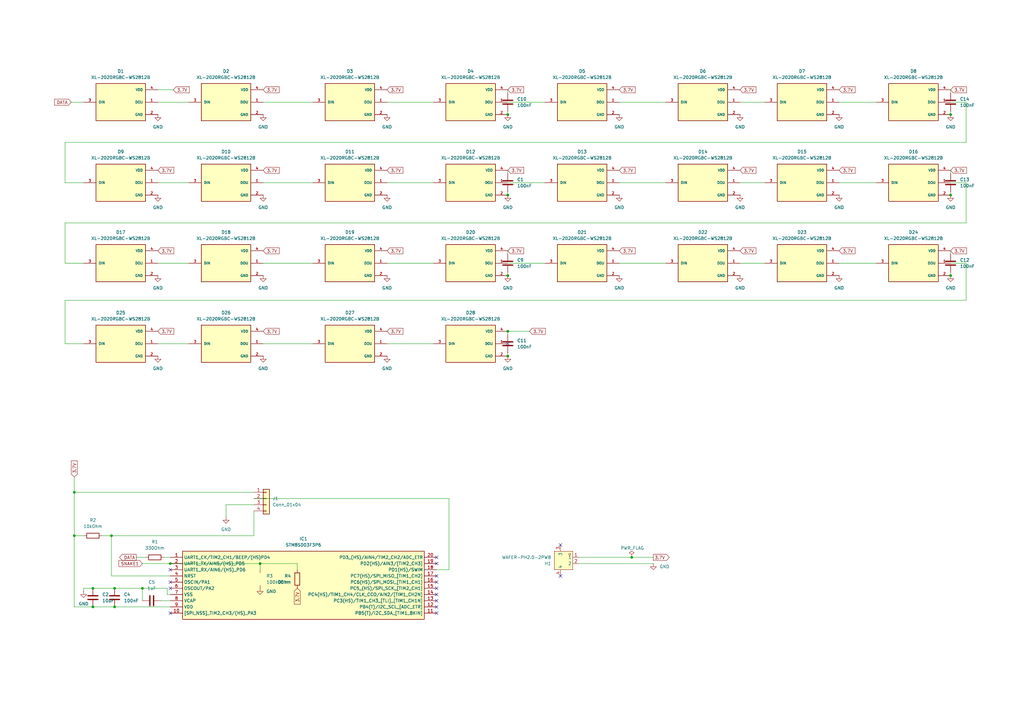
<source format=kicad_sch>
(kicad_sch (version 20250114) (generator "eeschema") (generator_version "9.0")
  (paper "A3")
  (title_block (title "PCBWay 11th Design Contest") (company "Platima Tinkers"))
  (lib_symbols
    (symbol "Connector_Generic:Conn_01x04" (pin_names (offset 1.016) (hide yes))
      (property "Reference" "J" (at 0 5.08 0))
      (property "Value" "Conn_01x04" (at 0 -7.62 0))
      (symbol "Conn_01x04_1_1"
        (rectangle (start -1.27 3.81) (end 1.27 -6.35) (stroke (width 0.254)) (fill (type background)))
        (rectangle (start -1.27 2.667) (end 0 2.413) (stroke (width 0.1524)))
        (rectangle (start -1.27 0.127) (end 0 -0.127) (stroke (width 0.1524)))
        (rectangle (start -1.27 -2.413) (end 0 -2.667) (stroke (width 0.1524)))
        (rectangle (start -1.27 -4.953) (end 0 -5.207) (stroke (width 0.1524)))
        (pin passive line (at -5.08 2.54 0) (length 3.81) (name "Pin_1") (number "1"))
        (pin passive line (at -5.08 0 0) (length 3.81) (name "Pin_2") (number "2"))
        (pin passive line (at -5.08 -2.54 0) (length 3.81) (name "Pin_3") (number "3"))
        (pin passive line (at -5.08 -5.08 0) (length 3.81) (name "Pin_4") (number "4"))
      )
    )
    (symbol "Device:C" (pin_numbers (hide yes)) (pin_names (offset 0.254))
      (property "Reference" "C" (at 0.635 2.54 0))
      (property "Value" "C" (at 0.635 -2.54 0))
      (symbol "C_0_1"
        (polyline (pts (xy -2.032 0.762) (xy 2.032 0.762)) (stroke (width 0.508)))
        (polyline (pts (xy -2.032 -0.762) (xy 2.032 -0.762)) (stroke (width 0.508)))
      )
      (symbol "C_1_1"
        (pin passive line (at 0 3.81 270) (length 2.794) (name "~") (number "1"))
        (pin passive line (at 0 -3.81 90) (length 2.794) (name "~") (number "2"))
      )
    )
    (symbol "Device:R" (pin_numbers (hide yes)) (pin_names (offset 0))
      (property "Reference" "R" (at 2.032 0 90))
      (property "Value" "R" (at 0 0 90))
      (symbol "R_0_1"
        (rectangle (start -1.016 -2.54) (end 1.016 2.54) (stroke (width 0.254)))
      )
      (symbol "R_1_1"
        (pin passive line (at 0 3.81 270) (length 1.27) (name "~") (number "1"))
        (pin passive line (at 0 -3.81 90) (length 1.27) (name "~") (number "2"))
      )
    )
    (symbol "STM8S003F3P6:STM8S003F3P6"
      (property "Reference" "IC" (at 105.41 7.62 0))
      (property "Value" "STM8S003F3P6" (at 105.41 5.08 0))
      (symbol "STM8S003F3P6_1_1"
        (rectangle (start 5.08 2.54) (end 104.14 -25.4) (stroke (width 0.254)) (fill (type background)))
        (pin passive line (at 0 0 0) (length 5.08) (name "UART1_CK/TIM2_CH1/BEEP/(HS)PD4") (number "1"))
        (pin passive line (at 0 -2.54 0) (length 5.08) (name "UART1_TX/AIN5/(HS)_PD5") (number "2"))
        (pin passive line (at 0 -5.08 0) (length 5.08) (name "UART1_RX/AIN6/(HS)_PD6") (number "3"))
        (pin passive line (at 0 -7.62 0) (length 5.08) (name "NRST") (number "4"))
        (pin passive line (at 0 -10.16 0) (length 5.08) (name "OSCIN/PA1") (number "5"))
        (pin passive line (at 0 -12.7 0) (length 5.08) (name "OSCOUT/PA2") (number "6"))
        (pin passive line (at 0 -15.24 0) (length 5.08) (name "VSS") (number "7"))
        (pin passive line (at 0 -17.78 0) (length 5.08) (name "VCAP") (number "8"))
        (pin passive line (at 0 -20.32 0) (length 5.08) (name "VDD") (number "9"))
        (pin passive line (at 0 -22.86 0) (length 5.08) (name "[SPI_NSS]_TIM2_CH3/(HS)_PA3") (number "10"))
        (pin passive line (at 109.22 0 180) (length 5.08) (name "PD3_(HS)/AIN4/TIM2_CH2/ADC_ETR") (number "20"))
        (pin passive line (at 109.22 -2.54 180) (length 5.08) (name "PD2(HS)/AIN3/[TIM2_CH3]") (number "19"))
        (pin passive line (at 109.22 -5.08 180) (length 5.08) (name "PD1(HS)/SWIM") (number "18"))
        (pin passive line (at 109.22 -7.62 180) (length 5.08) (name "PC7(HS)/SPI_MISO_[TIM1_CH2]") (number "17"))
        (pin passive line (at 109.22 -10.16 180) (length 5.08) (name "PC6(HS)/SPI_MOSI_[TIM1_CH1]") (number "16"))
        (pin passive line (at 109.22 -12.7 180) (length 5.08) (name "PC5_(HS)/SPI_SCK_[TIM2_CH1]") (number "15"))
        (pin passive line (at 109.22 -15.24 180) (length 5.08) (name "PC4(HS)/TIM1_CH4/CLK_CCO/AIN2/[TIM1_CH2N]") (number "14"))
        (pin passive line (at 109.22 -17.78 180) (length 5.08) (name "PC3(HS)/TIM1_CH3_[TLI]_[TIM1_CH1N]") (number "13"))
        (pin passive line (at 109.22 -20.32 180) (length 5.08) (name "PB4(T)/I2C_SCL_[ADC_ETR]") (number "12"))
        (pin passive line (at 109.22 -22.86 180) (length 5.08) (name "PB5(T)/I2C_SDA_[TIM1_BKIN]") (number "11"))
      )
    )
    (symbol "WAFER-PH2.0-2PWB:WAFER-PH2.0-2PWB"
      (property "Reference" "H" (at 0 11.43 0))
      (property "Value" "WAFER-PH2.0-2PWB" (at 0 -11.43 0))
      (symbol "WAFER-PH2.0-2PWB_0_1"
        (rectangle (start -2.54 3.81) (end 5.08 -3.81) (fill (type background)))
        (circle (center -1.27 2.54) (radius 0.38))
        (pin unspecified line (at -5.08 1.27 0) (length 2.54) (name "1") (number "1"))
        (pin unspecified line (at -5.08 -1.27 0) (length 2.54) (name "2") (number "2"))
        (pin unspecified line (at 2.54 6.35 270) (length 2.54) (name "3") (number "3"))
        (pin unspecified line (at 2.54 -6.35 90) (length 2.54) (name "4") (number "4"))
      )
    )
    (symbol "XINGLIGHT-XL-2020RGBC-WS2812B:XL-2020RGBC-WS2812B" (pin_names (offset 1.016))
      (property "Reference" "D" (at -10.16 8.255 0))
      (property "Value" "XL-2020RGBC-WS2812B" (at -10.16 -10.16 0))
      (symbol "XL-2020RGBC-WS2812B_0_0"
        (rectangle (start -10.16 -7.62) (end 10.16 7.62) (stroke (width 0.254)) (fill (type background)))
        (pin input line (at -15.24 0 0) (length 5.08) (name "DIN") (number "3"))
        (pin power_in line (at 15.24 5.08 180) (length 5.08) (name "VDD") (number "4"))
        (pin output line (at 15.24 0 180) (length 5.08) (name "DOU") (number "1"))
        (pin power_in line (at 15.24 -5.08 180) (length 5.08) (name "GND") (number "2"))
      )
    )
    (symbol "power:GND" (power) (pin_numbers (hide yes)) (pin_names (offset 0) (hide yes))
      (property "Value" "GND" (at 0 -3.81 0))
      (symbol "GND_0_1"
        (polyline (pts (xy 0 0) (xy 0 -1.27) (xy 1.27 -1.27) (xy 0 -2.54) (xy -1.27 -1.27) (xy 0 -1.27)))
      )
      (symbol "GND_1_1"
        (pin power_in line (at 0 0 270) (length 0) (name "~") (number "1"))
      )
    )
    (symbol "power:PWR_FLAG" (power) (pin_numbers (hide yes)) (pin_names (offset 0) (hide yes))
      (property "Value" "PWR_FLAG" (at 0 3.81 0))
      (symbol "PWR_FLAG_0_0"
        (pin power_out line (at 0 0 90) (length 0) (name "~") (number "1"))
      )
      (symbol "PWR_FLAG_0_1"
        (polyline (pts (xy 0 0) (xy 0 1.27) (xy -1.016 1.905) (xy 0 2.54) (xy 1.016 1.905) (xy 0 1.27)))
      )
    )
  )
  (junction (at 208.28 80.01))
  (junction (at 45.72 219.71))
  (junction (at 389.89 46.99))
  (junction (at 69.85 231.14))
  (junction (at 58.42 241.3))
  (junction (at 208.28 135.89))
  (junction (at 30.48 201.93))
  (junction (at 259.08 228.6))
  (junction (at 46.99 241.3))
  (junction (at 46.99 248.92))
  (junction (at 38.1 241.3))
  (junction (at 208.28 46.99))
  (junction (at 106.68 231.14))
  (junction (at 38.1 248.92))
  (junction (at 208.28 146.05))
  (junction (at 389.89 113.03))
  (junction (at 208.28 113.03))
  (junction (at 389.89 80.01))
  (junction (at 30.48 219.71))
  (no_connect (at 208.28 140.97))
  (no_connect (at 179.07 228.6))
  (no_connect (at 179.07 251.46))
  (no_connect (at 69.85 238.76))
  (no_connect (at 229.87 223.52))
  (no_connect (at 229.87 236.22))
  (no_connect (at 179.07 236.22))
  (no_connect (at 179.07 243.84))
  (no_connect (at 179.07 248.92))
  (no_connect (at 179.07 241.3))
  (no_connect (at 69.85 251.46))
  (no_connect (at 179.07 238.76))
  (no_connect (at 69.85 241.3))
  (no_connect (at 179.07 246.38))
  (no_connect (at 179.07 231.14))
  (no_connect (at 69.85 233.68))
  (wire (pts (xy 344.17 107.95) (xy 359.41 107.95)))
  (wire (pts (xy 389.89 45.72) (xy 389.89 46.99)))
  (wire (pts (xy 106.68 231.14) (xy 106.68 233.68)))
  (wire (pts (xy 184.15 204.47) (xy 184.15 233.68)))
  (wire (pts (xy 208.28 107.95) (xy 223.52 107.95)))
  (wire (pts (xy 58.42 231.14) (xy 69.85 231.14)))
  (wire (pts (xy 64.77 74.93) (xy 77.47 74.93)))
  (wire (pts (xy 396.24 74.93) (xy 396.24 91.44)))
  (wire (pts (xy 121.92 231.14) (xy 106.68 231.14)))
  (wire (pts (xy 107.95 140.97) (xy 128.27 140.97)))
  (wire (pts (xy 208.28 78.74) (xy 208.28 80.01)))
  (wire (pts (xy 208.28 41.91) (xy 223.52 41.91)))
  (wire (pts (xy 184.15 204.47) (xy 104.14 204.47)))
  (wire (pts (xy 104.14 209.55) (xy 104.14 219.71)))
  (wire (pts (xy 389.89 111.76) (xy 389.89 113.03)))
  (wire (pts (xy 208.28 111.76) (xy 208.28 113.03)))
  (wire (pts (xy 45.72 219.71) (xy 45.72 236.22)))
  (wire (pts (xy 158.75 74.93) (xy 177.8 74.93)))
  (wire (pts (xy 344.17 74.93) (xy 359.41 74.93)))
  (wire (pts (xy 38.1 241.3) (xy 46.99 241.3)))
  (wire (pts (xy 208.28 135.89) (xy 208.28 137.16)))
  (wire (pts (xy 26.67 58.42) (xy 26.67 74.93)))
  (wire (pts (xy 41.91 219.71) (xy 45.72 219.71)))
  (wire (pts (xy 26.67 91.44) (xy 26.67 107.95)))
  (wire (pts (xy 38.1 248.92) (xy 46.99 248.92)))
  (wire (pts (xy 46.99 248.92) (xy 69.85 248.92)))
  (wire (pts (xy 303.53 107.95) (xy 313.69 107.95)))
  (wire (pts (xy 389.89 78.74) (xy 389.89 80.01)))
  (wire (pts (xy 34.29 241.3) (xy 38.1 241.3)))
  (wire (pts (xy 389.89 107.95) (xy 396.24 107.95)))
  (wire (pts (xy 30.48 201.93) (xy 30.48 219.71)))
  (wire (pts (xy 121.92 233.68) (xy 121.92 231.14)))
  (wire (pts (xy 68.58 243.84) (xy 68.58 241.3)))
  (wire (pts (xy 208.28 36.83) (xy 208.28 38.1)))
  (wire (pts (xy 29.21 41.91) (xy 34.29 41.91)))
  (wire (pts (xy 254 74.93) (xy 273.05 74.93)))
  (wire (pts (xy 66.04 246.38) (xy 69.85 246.38)))
  (wire (pts (xy 58.42 246.38) (xy 58.42 241.3)))
  (wire (pts (xy 208.28 135.89) (xy 217.17 135.89)))
  (wire (pts (xy 237.49 231.14) (xy 267.97 231.14)))
  (wire (pts (xy 55.88 228.6) (xy 59.69 228.6)))
  (wire (pts (xy 344.17 41.91) (xy 359.41 41.91)))
  (wire (pts (xy 26.67 140.97) (xy 34.29 140.97)))
  (wire (pts (xy 64.77 140.97) (xy 77.47 140.97)))
  (wire (pts (xy 30.48 219.71) (xy 30.48 248.92)))
  (wire (pts (xy 92.71 207.01) (xy 104.14 207.01)))
  (wire (pts (xy 208.28 69.85) (xy 208.28 71.12)))
  (wire (pts (xy 184.15 233.68) (xy 179.07 233.68)))
  (wire (pts (xy 389.89 102.87) (xy 389.89 104.14)))
  (wire (pts (xy 396.24 58.42) (xy 26.67 58.42)))
  (wire (pts (xy 254 41.91) (xy 273.05 41.91)))
  (wire (pts (xy 58.42 241.3) (xy 68.58 241.3)))
  (wire (pts (xy 67.31 228.6) (xy 69.85 228.6)))
  (wire (pts (xy 30.48 248.92) (xy 38.1 248.92)))
  (wire (pts (xy 30.48 195.58) (xy 30.48 201.93)))
  (wire (pts (xy 34.29 219.71) (xy 30.48 219.71)))
  (wire (pts (xy 303.53 41.91) (xy 313.69 41.91)))
  (wire (pts (xy 158.75 107.95) (xy 177.8 107.95)))
  (wire (pts (xy 26.67 123.19) (xy 26.67 140.97)))
  (wire (pts (xy 45.72 219.71) (xy 104.14 219.71)))
  (wire (pts (xy 26.67 74.93) (xy 34.29 74.93)))
  (wire (pts (xy 64.77 41.91) (xy 77.47 41.91)))
  (wire (pts (xy 389.89 36.83) (xy 389.89 38.1)))
  (wire (pts (xy 30.48 201.93) (xy 104.14 201.93)))
  (wire (pts (xy 208.28 45.72) (xy 208.28 46.99)))
  (wire (pts (xy 396.24 107.95) (xy 396.24 123.19)))
  (wire (pts (xy 107.95 107.95) (xy 128.27 107.95)))
  (wire (pts (xy 92.71 212.09) (xy 92.71 207.01)))
  (wire (pts (xy 396.24 123.19) (xy 26.67 123.19)))
  (wire (pts (xy 26.67 107.95) (xy 34.29 107.95)))
  (wire (pts (xy 396.24 41.91) (xy 396.24 58.42)))
  (wire (pts (xy 303.53 74.93) (xy 313.69 74.93)))
  (wire (pts (xy 389.89 74.93) (xy 396.24 74.93)))
  (wire (pts (xy 208.28 144.78) (xy 208.28 146.05)))
  (wire (pts (xy 259.08 228.6) (xy 267.97 228.6)))
  (wire (pts (xy 396.24 91.44) (xy 26.67 91.44)))
  (wire (pts (xy 158.75 41.91) (xy 177.8 41.91)))
  (wire (pts (xy 64.77 107.95) (xy 77.47 107.95)))
  (wire (pts (xy 69.85 243.84) (xy 68.58 243.84)))
  (wire (pts (xy 45.72 236.22) (xy 69.85 236.22)))
  (wire (pts (xy 34.29 241.3) (xy 34.29 242.57)))
  (wire (pts (xy 64.77 36.83) (xy 71.12 36.83)))
  (wire (pts (xy 69.85 231.14) (xy 106.68 231.14)))
  (wire (pts (xy 254 107.95) (xy 273.05 107.95)))
  (wire (pts (xy 389.89 69.85) (xy 389.89 71.12)))
  (wire (pts (xy 389.89 41.91) (xy 396.24 41.91)))
  (wire (pts (xy 107.95 41.91) (xy 128.27 41.91)))
  (wire (pts (xy 46.99 241.3) (xy 58.42 241.3)))
  (wire (pts (xy 158.75 140.97) (xy 177.8 140.97)))
  (wire (pts (xy 107.95 74.93) (xy 128.27 74.93)))
  (wire (pts (xy 208.28 74.93) (xy 223.52 74.93)))
  (wire (pts (xy 208.28 102.87) (xy 208.28 104.14)))
  (wire (pts (xy 237.49 228.6) (xy 259.08 228.6)))
  (global_label "3.7V" (shape input) (at 158.75 135.89 0) (property "Intersheetrefs" "${INTERSHEET_REFS}" (effects (hide yes))))
  (global_label "DATA" (shape input) (at 29.21 41.91 180) (property "Intersheetrefs" "${INTERSHEET_REFS}" (effects (hide yes))))
  (global_label "3.7V" (shape input) (at 208.28 102.87 0) (property "Intersheetrefs" "${INTERSHEET_REFS}" (effects (hide yes))))
  (global_label "3.7V" (shape input) (at 64.77 69.85 0) (property "Intersheetrefs" "${INTERSHEET_REFS}" (effects (hide yes))))
  (global_label "3.7V" (shape input) (at 158.75 102.87 0) (property "Intersheetrefs" "${INTERSHEET_REFS}" (effects (hide yes))))
  (global_label "3.7V" (shape input) (at 389.89 102.87 0) (property "Intersheetrefs" "${INTERSHEET_REFS}" (effects (hide yes))))
  (global_label "3.7V" (shape input) (at 64.77 135.89 0) (property "Intersheetrefs" "${INTERSHEET_REFS}" (effects (hide yes))))
  (global_label "3.7V" (shape input) (at 107.95 102.87 0) (property "Intersheetrefs" "${INTERSHEET_REFS}" (effects (hide yes))))
  (global_label "3.7V" (shape input) (at 303.53 102.87 0) (property "Intersheetrefs" "${INTERSHEET_REFS}" (effects (hide yes))))
  (global_label "3.7V" (shape input) (at 344.17 69.85 0) (property "Intersheetrefs" "${INTERSHEET_REFS}" (effects (hide yes))))
  (global_label "3.7V" (shape input) (at 107.95 135.89 0) (property "Intersheetrefs" "${INTERSHEET_REFS}" (effects (hide yes))))
  (global_label "3.7V" (shape input) (at 389.89 69.85 0) (property "Intersheetrefs" "${INTERSHEET_REFS}" (effects (hide yes))))
  (global_label "3.7V" (shape input) (at 389.89 36.83 0) (property "Intersheetrefs" "${INTERSHEET_REFS}" (effects (hide yes))))
  (global_label "3.7V" (shape input) (at 107.95 69.85 0) (property "Intersheetrefs" "${INTERSHEET_REFS}" (effects (hide yes))))
  (global_label "3.7V" (shape input) (at 208.28 36.83 0) (property "Intersheetrefs" "${INTERSHEET_REFS}" (effects (hide yes))))
  (global_label "3.7V" (shape input) (at 121.92 241.3 270) (property "Intersheetrefs" "${INTERSHEET_REFS}" (effects (hide yes))))
  (global_label "3.7V" (shape input) (at 254 69.85 0) (property "Intersheetrefs" "${INTERSHEET_REFS}" (effects (hide yes))))
  (global_label "SNAKE1" (shape input) (at 58.42 231.14 180) (property "Intersheetrefs" "${INTERSHEET_REFS}" (effects (hide yes))))
  (global_label "3.7V" (shape input) (at 303.53 36.83 0) (property "Intersheetrefs" "${INTERSHEET_REFS}" (effects (hide yes))))
  (global_label "3.7V" (shape input) (at 303.53 69.85 0) (property "Intersheetrefs" "${INTERSHEET_REFS}" (effects (hide yes))))
  (global_label "3.7V" (shape input) (at 64.77 102.87 0) (property "Intersheetrefs" "${INTERSHEET_REFS}" (effects (hide yes))))
  (global_label "3.7V" (shape input) (at 208.28 69.85 0) (property "Intersheetrefs" "${INTERSHEET_REFS}" (effects (hide yes))))
  (global_label "3.7V" (shape input) (at 71.12 36.83 0) (property "Intersheetrefs" "${INTERSHEET_REFS}" (effects (hide yes))))
  (global_label "3.7V" (shape input) (at 217.17 135.89 0) (property "Intersheetrefs" "${INTERSHEET_REFS}" (effects (hide yes))))
  (global_label "3.7V" (shape input) (at 158.75 69.85 0) (property "Intersheetrefs" "${INTERSHEET_REFS}" (effects (hide yes))))
  (global_label "3.7V" (shape input) (at 30.48 195.58 90) (property "Intersheetrefs" "${INTERSHEET_REFS}" (effects (hide yes))))
  (global_label "3.7V" (shape input) (at 344.17 102.87 0) (property "Intersheetrefs" "${INTERSHEET_REFS}" (effects (hide yes))))
  (global_label "3.7V" (shape input) (at 107.95 36.83 0) (property "Intersheetrefs" "${INTERSHEET_REFS}" (effects (hide yes))))
  (global_label "3.7V" (shape input) (at 344.17 36.83 0) (property "Intersheetrefs" "${INTERSHEET_REFS}" (effects (hide yes))))
  (global_label "3.7V" (shape input) (at 158.75 36.83 0) (property "Intersheetrefs" "${INTERSHEET_REFS}" (effects (hide yes))))
  (global_label "3.7V" (shape input) (at 254 36.83 0) (property "Intersheetrefs" "${INTERSHEET_REFS}" (effects (hide yes))))
  (global_label "3.7V" (shape output) (at 267.97 228.6 0) (property "Intersheetrefs" "${INTERSHEET_REFS}" (effects (hide yes))))
  (global_label "DATA" (shape output) (at 55.88 228.6 180) (property "Intersheetrefs" "${INTERSHEET_REFS}" (effects (hide yes))))
  (global_label "3.7V" (shape input) (at 254 102.87 0) (property "Intersheetrefs" "${INTERSHEET_REFS}" (effects (hide yes))))
  (symbol (lib_id "Device:R") (at 121.92 237.49 0) (mirror x) (unit 1)
    (property "Reference" "R4" (at 119.38 236.2199 0) (effects (justify right)))
    (property "Value" "0Ohm" (at 119.38 238.7599 0) (effects (justify right)))
    (property "Footprint" "Resistor_SMD:R_0603_1608Metric" (effects (hide yes)))
    (property "Description" "Bridge this to force-on" (effects (hide yes)))
  )
  (symbol (lib_id "power:GND") (at 389.89 46.99 0) (unit 1)
    (property "Reference" "#PWR035" (effects (hide yes)))
    (property "Value" "GND" (at 389.89 52.07 0))
    (property "Description" "Power symbol creates a global label with name \"GND\" , ground" (effects (hide yes)))
  )
  (symbol (lib_id "power:GND") (at 303.53 113.03 0) (unit 1)
    (property "Reference" "#PWR028" (effects (hide yes)))
    (property "Value" "GND" (at 303.53 118.11 0))
    (property "Description" "Power symbol creates a global label with name \"GND\" , ground" (effects (hide yes)))
  )
  (symbol (lib_id "power:GND") (at 107.95 46.99 0) (unit 1)
    (property "Reference" "#PWR09" (effects (hide yes)))
    (property "Value" "GND" (at 107.95 52.07 0))
    (property "Description" "Power symbol creates a global label with name \"GND\" , ground" (effects (hide yes)))
  )
  (symbol (lib_id "power:GND") (at 64.77 80.01 0) (unit 1)
    (property "Reference" "#PWR015" (effects (hide yes)))
    (property "Value" "GND" (at 64.77 85.09 0))
    (property "Description" "Power symbol creates a global label with name \"GND\" , ground" (effects (hide yes)))
  )
  (symbol (lib_id "Connector_Generic:Conn_01x04") (at 109.22 204.47 0) (unit 1)
    (property "Reference" "J1" (at 111.76 204.4699 0) (effects (justify left)))
    (property "Value" "Conn_01x04" (at 111.76 207.0099 0) (effects (justify left)))
    (property "Footprint" "Connector_PinHeader_2.54mm:PinHeader_1x04_P2.54mm_Vertical" (effects (hide yes)))
    (property "Description" "Generic connector, single row, 01x04, script generated (kicad-library-utils/schlib/autogen/connector/)" (effects (hide yes)))
  )
  (symbol (lib_id "XINGLIGHT-XL-2020RGBC-WS2812B:XL-2020RGBC-WS2812B") (at 193.04 74.93 0) (unit 1)
    (property "Reference" "D12" (at 193.04 62.23 0))
    (property "Value" "XL-2020RGBC-WS2812B" (at 193.04 64.77 0))
    (property "Footprint" "Footprints:LED_XL-2020RGBC-WS2812B" (effects (hide yes)))
    (property "PARTREV" "NA" (effects (hide yes)))
    (property "STANDARD" "Manufacturer Recommendations" (effects (hide yes)))
    (property "MAXIMUM_PACKAGE_HEIGHT" "0.65mm" (effects (hide yes)))
    (property "MANUFACTURER" "Xinglight" (effects (hide yes)))
  )
  (symbol (lib_id "XINGLIGHT-XL-2020RGBC-WS2812B:XL-2020RGBC-WS2812B") (at 193.04 107.95 0) (unit 1)
    (property "Reference" "D20" (at 193.04 95.25 0))
    (property "Value" "XL-2020RGBC-WS2812B" (at 193.04 97.79 0))
    (property "Footprint" "Footprints:LED_XL-2020RGBC-WS2812B" (effects (hide yes)))
    (property "PARTREV" "NA" (effects (hide yes)))
    (property "STANDARD" "Manufacturer Recommendations" (effects (hide yes)))
    (property "MAXIMUM_PACKAGE_HEIGHT" "0.65mm" (effects (hide yes)))
    (property "MANUFACTURER" "Xinglight" (effects (hide yes)))
  )
  (symbol (lib_id "power:GND") (at 106.68 241.3 0) (mirror y) (unit 1)
    (property "Reference" "#PWR02" (effects (hide yes)))
    (property "Value" "GND" (at 109.22 242.5699 0) (effects (justify right)))
    (property "Description" "Power symbol creates a global label with name \"GND\" , ground" (effects (hide yes)))
  )
  (symbol (lib_id "XINGLIGHT-XL-2020RGBC-WS2812B:XL-2020RGBC-WS2812B") (at 288.29 74.93 0) (unit 1)
    (property "Reference" "D14" (at 288.29 62.23 0))
    (property "Value" "XL-2020RGBC-WS2812B" (at 288.29 64.77 0))
    (property "Footprint" "Footprints:LED_XL-2020RGBC-WS2812B" (effects (hide yes)))
    (property "PARTREV" "NA" (effects (hide yes)))
    (property "STANDARD" "Manufacturer Recommendations" (effects (hide yes)))
    (property "MAXIMUM_PACKAGE_HEIGHT" "0.65mm" (effects (hide yes)))
    (property "MANUFACTURER" "Xinglight" (effects (hide yes)))
  )
  (symbol (lib_id "power:GND") (at 267.97 231.14 0) (mirror y) (unit 1)
    (property "Reference" "#PWR01" (effects (hide yes)))
    (property "Value" "GND" (at 270.51 232.4099 0) (effects (justify right)))
    (property "Description" "Power symbol creates a global label with name \"GND\" , ground" (effects (hide yes)))
  )
  (symbol (lib_id "Device:R") (at 63.5 228.6 90) (unit 1)
    (property "Reference" "R1" (at 63.5 222.25 90))
    (property "Value" "330Ohm" (at 63.5 224.79 90))
    (property "Footprint" "Resistor_SMD:R_0805_2012Metric" (effects (hide yes)))
    (property "Description" "0.125W Thick Film Resistors 150V ±100ppm/℃ ±5% 330Ω 0805 Chip Resistor - Surface Mount ROHS" (effects (hide yes)))
    (property "Part" "0805W8J0331T5E" (effects (hide yes)))
  )
  (symbol (lib_id "STM8S003F3P6:STM8S003F3P6") (at 69.85 228.6 0) (unit 1)
    (property "Reference" "IC1" (at 124.46 220.98 0))
    (property "Value" "STM8S003F3P6" (at 124.46 223.52 0))
    (property "Footprint" "Footprints:SOP65P640X120-20N" (effects (hide yes)))
    (property "Datasheet" "http://www.st.com/web/en/resource/technical/document/datasheet/DM00024550.pdf" (effects (hide yes)))
    (property "Description" "STMICROELECTRONICS - STM8S003F3P6 - MCU, 8BIT, STM8, 16MHZ, TSSOP-20" (effects (hide yes)))
    (property "Height" "1.2" (effects (hide yes)))
    (property "Mouser Part Number" "511-STM8S003F3P6" (effects (hide yes)))
    (property "Mouser Price/Stock" "https://www.mouser.co.uk/ProductDetail/STMicroelectronics/STM8S003F3P6?qs=vV0pr1uq7fD%252BGii5YhjnYw%3D%3D" (effects (hide yes)))
    (property "Manufacturer_Name" "STMicroelectronics" (effects (hide yes)))
    (property "Manufacturer_Part_Number" "STM8S003F3P6" (effects (hide yes)))
  )
  (symbol (lib_id "power:GND") (at 107.95 146.05 0) (unit 1)
    (property "Reference" "#PWR032" (effects (hide yes)))
    (property "Value" "GND" (at 107.95 151.13 0))
    (property "Description" "Power symbol creates a global label with name \"GND\" , ground" (effects (hide yes)))
  )
  (symbol (lib_id "power:GND") (at 158.75 146.05 0) (unit 1)
    (property "Reference" "#PWR033" (effects (hide yes)))
    (property "Value" "GND" (at 158.75 151.13 0))
    (property "Description" "Power symbol creates a global label with name \"GND\" , ground" (effects (hide yes)))
  )
  (symbol (lib_id "power:GND") (at 344.17 46.99 0) (unit 1)
    (property "Reference" "#PWR04" (effects (hide yes)))
    (property "Value" "GND" (at 344.17 52.07 0))
    (property "Description" "Power symbol creates a global label with name \"GND\" , ground" (effects (hide yes)))
  )
  (symbol (lib_id "power:GND") (at 303.53 80.01 0) (unit 1)
    (property "Reference" "#PWR020" (effects (hide yes)))
    (property "Value" "GND" (at 303.53 85.09 0))
    (property "Description" "Power symbol creates a global label with name \"GND\" , ground" (effects (hide yes)))
  )
  (symbol (lib_id "XINGLIGHT-XL-2020RGBC-WS2812B:XL-2020RGBC-WS2812B") (at 143.51 107.95 0) (unit 1)
    (property "Reference" "D19" (at 143.51 95.25 0))
    (property "Value" "XL-2020RGBC-WS2812B" (at 143.51 97.79 0))
    (property "Footprint" "Footprints:LED_XL-2020RGBC-WS2812B" (effects (hide yes)))
    (property "PARTREV" "NA" (effects (hide yes)))
    (property "STANDARD" "Manufacturer Recommendations" (effects (hide yes)))
    (property "MAXIMUM_PACKAGE_HEIGHT" "0.65mm" (effects (hide yes)))
    (property "MANUFACTURER" "Xinglight" (effects (hide yes)))
  )
  (symbol (lib_id "power:GND") (at 158.75 80.01 0) (unit 1)
    (property "Reference" "#PWR017" (effects (hide yes)))
    (property "Value" "GND" (at 158.75 85.09 0))
    (property "Description" "Power symbol creates a global label with name \"GND\" , ground" (effects (hide yes)))
  )
  (symbol (lib_id "Device:C") (at 38.1 245.11 0) (unit 1)
    (property "Reference" "C2" (at 41.91 243.8399 0) (effects (justify left)))
    (property "Value" "10uF" (at 41.91 246.3799 0) (effects (justify left)))
    (property "Footprint" "Capacitor_SMD:C_0603_1608Metric" (effects (hide yes)))
    (property "Description" "35V 10uF X5R ±20% 0603 Multilayer Ceramic Capacitors MLCC - SMD/SMT ROHS" (effects (hide yes)))
    (property "Part" "GRM188R6YA106MA73D" (effects (hide yes)))
  )
  (symbol (lib_id "power:GND") (at 158.75 46.99 0) (unit 1)
    (property "Reference" "#PWR08" (effects (hide yes)))
    (property "Value" "GND" (at 158.75 52.07 0))
    (property "Description" "Power symbol creates a global label with name \"GND\" , ground" (effects (hide yes)))
  )
  (symbol (lib_id "XINGLIGHT-XL-2020RGBC-WS2812B:XL-2020RGBC-WS2812B") (at 92.71 41.91 0) (unit 1)
    (property "Reference" "D2" (at 92.71 29.21 0))
    (property "Value" "XL-2020RGBC-WS2812B" (at 92.71 31.75 0))
    (property "Footprint" "Footprints:LED_XL-2020RGBC-WS2812B" (effects (hide yes)))
    (property "PARTREV" "NA" (effects (hide yes)))
    (property "STANDARD" "Manufacturer Recommendations" (effects (hide yes)))
    (property "MAXIMUM_PACKAGE_HEIGHT" "0.65mm" (effects (hide yes)))
    (property "MANUFACTURER" "Xinglight" (effects (hide yes)))
  )
  (symbol (lib_id "XINGLIGHT-XL-2020RGBC-WS2812B:XL-2020RGBC-WS2812B") (at 92.71 107.95 0) (unit 1)
    (property "Reference" "D18" (at 92.71 95.25 0))
    (property "Value" "XL-2020RGBC-WS2812B" (at 92.71 97.79 0))
    (property "Footprint" "Footprints:LED_XL-2020RGBC-WS2812B" (effects (hide yes)))
    (property "PARTREV" "NA" (effects (hide yes)))
    (property "STANDARD" "Manufacturer Recommendations" (effects (hide yes)))
    (property "MAXIMUM_PACKAGE_HEIGHT" "0.65mm" (effects (hide yes)))
    (property "MANUFACTURER" "Xinglight" (effects (hide yes)))
  )
  (symbol (lib_id "XINGLIGHT-XL-2020RGBC-WS2812B:XL-2020RGBC-WS2812B") (at 374.65 41.91 0) (unit 1)
    (property "Reference" "D8" (at 374.65 29.21 0))
    (property "Value" "XL-2020RGBC-WS2812B" (at 374.65 31.75 0))
    (property "Footprint" "Footprints:LED_XL-2020RGBC-WS2812B" (effects (hide yes)))
    (property "PARTREV" "NA" (effects (hide yes)))
    (property "STANDARD" "Manufacturer Recommendations" (effects (hide yes)))
    (property "MAXIMUM_PACKAGE_HEIGHT" "0.65mm" (effects (hide yes)))
    (property "MANUFACTURER" "Xinglight" (effects (hide yes)))
  )
  (symbol (lib_id "Device:C") (at 62.23 246.38 90) (unit 1)
    (property "Reference" "C5" (at 62.23 238.76 90))
    (property "Value" "1uF" (at 62.23 241.3 90))
    (property "Footprint" "Capacitor_SMD:C_0603_1608Metric" (effects (hide yes)))
    (property "Description" "25V 1uF X7R ±20% 0603 Multilayer Ceramic Capacitors MLCC - SMD/SMT ROHS" (effects (hide yes)))
    (property "Part" "0603B105M250NT" (effects (hide yes)))
  )
  (symbol (lib_id "XINGLIGHT-XL-2020RGBC-WS2812B:XL-2020RGBC-WS2812B") (at 288.29 107.95 0) (unit 1)
    (property "Reference" "D22" (at 288.29 95.25 0))
    (property "Value" "XL-2020RGBC-WS2812B" (at 288.29 97.79 0))
    (property "Footprint" "Footprints:LED_XL-2020RGBC-WS2812B" (effects (hide yes)))
    (property "PARTREV" "NA" (effects (hide yes)))
    (property "STANDARD" "Manufacturer Recommendations" (effects (hide yes)))
    (property "MAXIMUM_PACKAGE_HEIGHT" "0.65mm" (effects (hide yes)))
    (property "MANUFACTURER" "Xinglight" (effects (hide yes)))
  )
  (symbol (lib_id "power:GND") (at 64.77 46.99 0) (unit 1)
    (property "Reference" "#PWR010" (effects (hide yes)))
    (property "Value" "GND" (at 64.77 52.07 0))
    (property "Description" "Power symbol creates a global label with name \"GND\" , ground" (effects (hide yes)))
  )
  (symbol (lib_id "Device:R") (at 106.68 237.49 180) (unit 1)
    (property "Reference" "R3" (at 109.22 236.2199 0) (effects (justify right)))
    (property "Value" "100kOhm" (at 109.22 238.7599 0) (effects (justify right)))
    (property "Footprint" "Resistor_SMD:R_0603_1608Metric" (effects (hide yes)))
    (property "Description" "0.1W Thick Film Resistors 75V ±100ppm/℃ ±1% 100kΩ 0603 Chip Resistor - Surface Mount ROHS" (effects (hide yes)))
    (property "Part" "FRC0603F1003TS" (effects (hide yes)))
  )
  (symbol (lib_id "XINGLIGHT-XL-2020RGBC-WS2812B:XL-2020RGBC-WS2812B") (at 143.51 41.91 0) (unit 1)
    (property "Reference" "D3" (at 143.51 29.21 0))
    (property "Value" "XL-2020RGBC-WS2812B" (at 143.51 31.75 0))
    (property "Footprint" "Footprints:LED_XL-2020RGBC-WS2812B" (effects (hide yes)))
    (property "PARTREV" "NA" (effects (hide yes)))
    (property "STANDARD" "Manufacturer Recommendations" (effects (hide yes)))
    (property "MAXIMUM_PACKAGE_HEIGHT" "0.65mm" (effects (hide yes)))
    (property "MANUFACTURER" "Xinglight" (effects (hide yes)))
  )
  (symbol (lib_id "XINGLIGHT-XL-2020RGBC-WS2812B:XL-2020RGBC-WS2812B") (at 328.93 74.93 0) (unit 1)
    (property "Reference" "D15" (at 328.93 62.23 0))
    (property "Value" "XL-2020RGBC-WS2812B" (at 328.93 64.77 0))
    (property "Footprint" "Footprints:LED_XL-2020RGBC-WS2812B" (effects (hide yes)))
    (property "PARTREV" "NA" (effects (hide yes)))
    (property "STANDARD" "Manufacturer Recommendations" (effects (hide yes)))
    (property "MAXIMUM_PACKAGE_HEIGHT" "0.65mm" (effects (hide yes)))
    (property "MANUFACTURER" "Xinglight" (effects (hide yes)))
  )
  (symbol (lib_id "Device:R") (at 38.1 219.71 90) (unit 1)
    (property "Reference" "R2" (at 38.1 213.36 90))
    (property "Value" "10kOhm" (at 38.1 215.9 90))
    (property "Footprint" "Resistor_SMD:R_0805_2012Metric" (effects (hide yes)))
    (property "Description" "0.125W Thick Film Resistors 150V ±100ppm/℃ ±5% 10kΩ 0805 Chip Resistor - Surface Mount ROHS" (effects (hide yes)))
    (property "Part" "0805W8J0103T5E" (effects (hide yes)))
  )
  (symbol (lib_id "Device:C") (at 389.89 41.91 0) (unit 1)
    (property "Reference" "C14" (at 393.7 40.6399 0) (effects (justify left)))
    (property "Value" "100nF" (at 393.7 43.1799 0) (effects (justify left)))
    (property "Footprint" "Capacitor_SMD:C_0603_1608Metric" (effects (hide yes)))
    (property "Description" "50V 100nF X7R ±10% 0603 Multilayer Ceramic Capacitors MLCC - SMD/SMT ROHS" (effects (hide yes)))
    (property "Part" "0603B104K500NT" (effects (hide yes)))
  )
  (symbol (lib_id "XINGLIGHT-XL-2020RGBC-WS2812B:XL-2020RGBC-WS2812B") (at 49.53 140.97 0) (unit 1)
    (property "Reference" "D25" (at 49.53 128.27 0))
    (property "Value" "XL-2020RGBC-WS2812B" (at 49.53 130.81 0))
    (property "Footprint" "Footprints:LED_XL-2020RGBC-WS2812B" (effects (hide yes)))
    (property "PARTREV" "NA" (effects (hide yes)))
    (property "STANDARD" "Manufacturer Recommendations" (effects (hide yes)))
    (property "MAXIMUM_PACKAGE_HEIGHT" "0.65mm" (effects (hide yes)))
    (property "MANUFACTURER" "Xinglight" (effects (hide yes)))
  )
  (symbol (lib_id "XINGLIGHT-XL-2020RGBC-WS2812B:XL-2020RGBC-WS2812B") (at 193.04 140.97 0) (unit 1)
    (property "Reference" "D28" (at 193.04 128.27 0))
    (property "Value" "XL-2020RGBC-WS2812B" (at 193.04 130.81 0))
    (property "Footprint" "Footprints:LED_XL-2020RGBC-WS2812B" (effects (hide yes)))
    (property "PARTREV" "NA" (effects (hide yes)))
    (property "STANDARD" "Manufacturer Recommendations" (effects (hide yes)))
    (property "MAXIMUM_PACKAGE_HEIGHT" "0.65mm" (effects (hide yes)))
    (property "MANUFACTURER" "Xinglight" (effects (hide yes)))
  )
  (symbol (lib_id "XINGLIGHT-XL-2020RGBC-WS2812B:XL-2020RGBC-WS2812B") (at 328.93 41.91 0) (unit 1)
    (property "Reference" "D7" (at 328.93 29.21 0))
    (property "Value" "XL-2020RGBC-WS2812B" (at 328.93 31.75 0))
    (property "Footprint" "Footprints:LED_XL-2020RGBC-WS2812B" (effects (hide yes)))
    (property "PARTREV" "NA" (effects (hide yes)))
    (property "STANDARD" "Manufacturer Recommendations" (effects (hide yes)))
    (property "MAXIMUM_PACKAGE_HEIGHT" "0.65mm" (effects (hide yes)))
    (property "MANUFACTURER" "Xinglight" (effects (hide yes)))
  )
  (symbol (lib_id "power:GND") (at 208.28 113.03 0) (unit 1)
    (property "Reference" "#PWR026" (effects (hide yes)))
    (property "Value" "GND" (at 208.28 118.11 0))
    (property "Description" "Power symbol creates a global label with name \"GND\" , ground" (effects (hide yes)))
  )
  (symbol (lib_id "power:GND") (at 64.77 113.03 0) (unit 1)
    (property "Reference" "#PWR023" (effects (hide yes)))
    (property "Value" "GND" (at 64.77 118.11 0))
    (property "Description" "Power symbol creates a global label with name \"GND\" , ground" (effects (hide yes)))
  )
  (symbol (lib_id "power:GND") (at 389.89 113.03 0) (unit 1)
    (property "Reference" "#PWR030" (effects (hide yes)))
    (property "Value" "GND" (at 389.89 118.11 0))
    (property "Description" "Power symbol creates a global label with name \"GND\" , ground" (effects (hide yes)))
  )
  (symbol (lib_id "XINGLIGHT-XL-2020RGBC-WS2812B:XL-2020RGBC-WS2812B") (at 328.93 107.95 0) (unit 1)
    (property "Reference" "D23" (at 328.93 95.25 0))
    (property "Value" "XL-2020RGBC-WS2812B" (at 328.93 97.79 0))
    (property "Footprint" "Footprints:LED_XL-2020RGBC-WS2812B" (effects (hide yes)))
    (property "PARTREV" "NA" (effects (hide yes)))
    (property "STANDARD" "Manufacturer Recommendations" (effects (hide yes)))
    (property "MAXIMUM_PACKAGE_HEIGHT" "0.65mm" (effects (hide yes)))
    (property "MANUFACTURER" "Xinglight" (effects (hide yes)))
  )
  (symbol (lib_id "XINGLIGHT-XL-2020RGBC-WS2812B:XL-2020RGBC-WS2812B") (at 238.76 74.93 0) (unit 1)
    (property "Reference" "D13" (at 238.76 62.23 0))
    (property "Value" "XL-2020RGBC-WS2812B" (at 238.76 64.77 0))
    (property "Footprint" "Footprints:LED_XL-2020RGBC-WS2812B" (effects (hide yes)))
    (property "PARTREV" "NA" (effects (hide yes)))
    (property "STANDARD" "Manufacturer Recommendations" (effects (hide yes)))
    (property "MAXIMUM_PACKAGE_HEIGHT" "0.65mm" (effects (hide yes)))
    (property "MANUFACTURER" "Xinglight" (effects (hide yes)))
  )
  (symbol (lib_id "XINGLIGHT-XL-2020RGBC-WS2812B:XL-2020RGBC-WS2812B") (at 374.65 107.95 0) (unit 1)
    (property "Reference" "D24" (at 374.65 95.25 0))
    (property "Value" "XL-2020RGBC-WS2812B" (at 374.65 97.79 0))
    (property "Footprint" "Footprints:LED_XL-2020RGBC-WS2812B" (effects (hide yes)))
    (property "PARTREV" "NA" (effects (hide yes)))
    (property "STANDARD" "Manufacturer Recommendations" (effects (hide yes)))
    (property "MAXIMUM_PACKAGE_HEIGHT" "0.65mm" (effects (hide yes)))
    (property "MANUFACTURER" "Xinglight" (effects (hide yes)))
  )
  (symbol (lib_id "Device:C") (at 208.28 41.91 0) (unit 1)
    (property "Reference" "C10" (at 212.09 40.6399 0) (effects (justify left)))
    (property "Value" "100nF" (at 212.09 43.1799 0) (effects (justify left)))
    (property "Footprint" "Capacitor_SMD:C_0603_1608Metric" (effects (hide yes)))
    (property "Description" "50V 100nF X7R ±10% 0603 Multilayer Ceramic Capacitors MLCC - SMD/SMT ROHS" (effects (hide yes)))
    (property "Part" "0603B104K500NT" (effects (hide yes)))
  )
  (symbol (lib_id "power:GND") (at 107.95 113.03 0) (unit 1)
    (property "Reference" "#PWR024" (effects (hide yes)))
    (property "Value" "GND" (at 107.95 118.11 0))
    (property "Description" "Power symbol creates a global label with name \"GND\" , ground" (effects (hide yes)))
  )
  (symbol (lib_id "Device:C") (at 208.28 74.93 0) (unit 1)
    (property "Reference" "C1" (at 212.09 73.6599 0) (effects (justify left)))
    (property "Value" "100nF" (at 212.09 76.1999 0) (effects (justify left)))
    (property "Footprint" "Capacitor_SMD:C_0603_1608Metric" (effects (hide yes)))
    (property "Description" "50V 100nF X7R ±10% 0603 Multilayer Ceramic Capacitors MLCC - SMD/SMT ROHS" (effects (hide yes)))
    (property "Part" "0603B104K500NT" (effects (hide yes)))
  )
  (symbol (lib_id "XINGLIGHT-XL-2020RGBC-WS2812B:XL-2020RGBC-WS2812B") (at 49.53 41.91 0) (unit 1)
    (property "Reference" "D1" (at 49.53 29.21 0))
    (property "Value" "XL-2020RGBC-WS2812B" (at 49.53 31.75 0))
    (property "Footprint" "Footprints:LED_XL-2020RGBC-WS2812B" (effects (hide yes)))
    (property "PARTREV" "NA" (effects (hide yes)))
    (property "STANDARD" "Manufacturer Recommendations" (effects (hide yes)))
    (property "MAXIMUM_PACKAGE_HEIGHT" "0.65mm" (effects (hide yes)))
    (property "MANUFACTURER" "Xinglight" (effects (hide yes)))
  )
  (symbol (lib_id "power:GND") (at 64.77 146.05 0) (unit 1)
    (property "Reference" "#PWR031" (effects (hide yes)))
    (property "Value" "GND" (at 64.77 151.13 0))
    (property "Description" "Power symbol creates a global label with name \"GND\" , ground" (effects (hide yes)))
  )
  (symbol (lib_id "XINGLIGHT-XL-2020RGBC-WS2812B:XL-2020RGBC-WS2812B") (at 49.53 74.93 0) (unit 1)
    (property "Reference" "D9" (at 49.53 62.23 0))
    (property "Value" "XL-2020RGBC-WS2812B" (at 49.53 64.77 0))
    (property "Footprint" "Footprints:LED_XL-2020RGBC-WS2812B" (effects (hide yes)))
    (property "PARTREV" "NA" (effects (hide yes)))
    (property "STANDARD" "Manufacturer Recommendations" (effects (hide yes)))
    (property "MAXIMUM_PACKAGE_HEIGHT" "0.65mm" (effects (hide yes)))
    (property "MANUFACTURER" "Xinglight" (effects (hide yes)))
  )
  (symbol (lib_id "power:GND") (at 389.89 80.01 0) (unit 1)
    (property "Reference" "#PWR022" (effects (hide yes)))
    (property "Value" "GND" (at 389.89 85.09 0))
    (property "Description" "Power symbol creates a global label with name \"GND\" , ground" (effects (hide yes)))
  )
  (symbol (lib_id "XINGLIGHT-XL-2020RGBC-WS2812B:XL-2020RGBC-WS2812B") (at 193.04 41.91 0) (unit 1)
    (property "Reference" "D4" (at 193.04 29.21 0))
    (property "Value" "XL-2020RGBC-WS2812B" (at 193.04 31.75 0))
    (property "Footprint" "Footprints:LED_XL-2020RGBC-WS2812B" (effects (hide yes)))
    (property "PARTREV" "NA" (effects (hide yes)))
    (property "STANDARD" "Manufacturer Recommendations" (effects (hide yes)))
    (property "MAXIMUM_PACKAGE_HEIGHT" "0.65mm" (effects (hide yes)))
    (property "MANUFACTURER" "Xinglight" (effects (hide yes)))
  )
  (symbol (lib_id "power:GND") (at 208.28 46.99 0) (unit 1)
    (property "Reference" "#PWR07" (effects (hide yes)))
    (property "Value" "GND" (at 208.28 52.07 0))
    (property "Description" "Power symbol creates a global label with name \"GND\" , ground" (effects (hide yes)))
  )
  (symbol (lib_id "XINGLIGHT-XL-2020RGBC-WS2812B:XL-2020RGBC-WS2812B") (at 374.65 74.93 0) (unit 1)
    (property "Reference" "D16" (at 374.65 62.23 0))
    (property "Value" "XL-2020RGBC-WS2812B" (at 374.65 64.77 0))
    (property "Footprint" "Footprints:LED_XL-2020RGBC-WS2812B" (effects (hide yes)))
    (property "PARTREV" "NA" (effects (hide yes)))
    (property "STANDARD" "Manufacturer Recommendations" (effects (hide yes)))
    (property "MAXIMUM_PACKAGE_HEIGHT" "0.65mm" (effects (hide yes)))
    (property "MANUFACTURER" "Xinglight" (effects (hide yes)))
  )
  (symbol (lib_id "XINGLIGHT-XL-2020RGBC-WS2812B:XL-2020RGBC-WS2812B") (at 238.76 41.91 0) (unit 1)
    (property "Reference" "D5" (at 238.76 29.21 0))
    (property "Value" "XL-2020RGBC-WS2812B" (at 238.76 31.75 0))
    (property "Footprint" "Footprints:LED_XL-2020RGBC-WS2812B" (effects (hide yes)))
    (property "PARTREV" "NA" (effects (hide yes)))
    (property "STANDARD" "Manufacturer Recommendations" (effects (hide yes)))
    (property "MAXIMUM_PACKAGE_HEIGHT" "0.65mm" (effects (hide yes)))
    (property "MANUFACTURER" "Xinglight" (effects (hide yes)))
  )
  (symbol (lib_id "power:PWR_FLAG") (at 259.08 228.6 0) (unit 1)
    (property "Reference" "#FLG01" (effects (hide yes)))
    (property "Value" "PWR_FLAG" (at 259.334 224.79 0))
    (property "Description" "Special symbol for telling ERC where power comes from" (effects (hide yes)))
  )
  (symbol (lib_id "power:GND") (at 254 113.03 0) (unit 1)
    (property "Reference" "#PWR027" (effects (hide yes)))
    (property "Value" "GND" (at 254 118.11 0))
    (property "Description" "Power symbol creates a global label with name \"GND\" , ground" (effects (hide yes)))
  )
  (symbol (lib_id "power:GND") (at 208.28 146.05 0) (unit 1)
    (property "Reference" "#PWR034" (effects (hide yes)))
    (property "Value" "GND" (at 208.28 151.13 0))
    (property "Description" "Power symbol creates a global label with name \"GND\" , ground" (effects (hide yes)))
  )
  (symbol (lib_id "Device:C") (at 46.99 245.11 0) (unit 1)
    (property "Reference" "C4" (at 50.8 243.8399 0) (effects (justify left)))
    (property "Value" "100nF" (at 50.8 246.3799 0) (effects (justify left)))
    (property "Footprint" "Capacitor_SMD:C_0603_1608Metric" (effects (hide yes)))
    (property "Description" "50V 100nF X7R ±10% 0603 Multilayer Ceramic Capacitors MLCC - SMD/SMT ROHS" (effects (hide yes)))
    (property "Part" "0603B104K500NT" (effects (hide yes)))
  )
  (symbol (lib_id "power:GND") (at 254 80.01 0) (unit 1)
    (property "Reference" "#PWR019" (effects (hide yes)))
    (property "Value" "GND" (at 254 85.09 0))
    (property "Description" "Power symbol creates a global label with name \"GND\" , ground" (effects (hide yes)))
  )
  (symbol (lib_id "Device:C") (at 389.89 74.93 0) (unit 1)
    (property "Reference" "C13" (at 393.7 73.6599 0) (effects (justify left)))
    (property "Value" "100nF" (at 393.7 76.1999 0) (effects (justify left)))
    (property "Footprint" "Capacitor_SMD:C_0603_1608Metric" (effects (hide yes)))
    (property "Description" "50V 100nF X7R ±10% 0603 Multilayer Ceramic Capacitors MLCC - SMD/SMT ROHS" (effects (hide yes)))
    (property "Part" "0603B104K500NT" (effects (hide yes)))
  )
  (symbol (lib_id "XINGLIGHT-XL-2020RGBC-WS2812B:XL-2020RGBC-WS2812B") (at 49.53 107.95 0) (unit 1)
    (property "Reference" "D17" (at 49.53 95.25 0))
    (property "Value" "XL-2020RGBC-WS2812B" (at 49.53 97.79 0))
    (property "Footprint" "Footprints:LED_XL-2020RGBC-WS2812B" (effects (hide yes)))
    (property "PARTREV" "NA" (effects (hide yes)))
    (property "STANDARD" "Manufacturer Recommendations" (effects (hide yes)))
    (property "MAXIMUM_PACKAGE_HEIGHT" "0.65mm" (effects (hide yes)))
    (property "MANUFACTURER" "Xinglight" (effects (hide yes)))
  )
  (symbol (lib_id "Device:C") (at 389.89 107.95 0) (unit 1)
    (property "Reference" "C12" (at 393.7 106.6799 0) (effects (justify left)))
    (property "Value" "100nF" (at 393.7 109.2199 0) (effects (justify left)))
    (property "Footprint" "Capacitor_SMD:C_0603_1608Metric" (effects (hide yes)))
    (property "Description" "50V 100nF X7R ±10% 0603 Multilayer Ceramic Capacitors MLCC - SMD/SMT ROHS" (effects (hide yes)))
    (property "Part" "0603B104K500NT" (effects (hide yes)))
  )
  (symbol (lib_id "power:GND") (at 254 46.99 0) (unit 1)
    (property "Reference" "#PWR06" (effects (hide yes)))
    (property "Value" "GND" (at 254 52.07 0))
    (property "Description" "Power symbol creates a global label with name \"GND\" , ground" (effects (hide yes)))
  )
  (symbol (lib_id "XINGLIGHT-XL-2020RGBC-WS2812B:XL-2020RGBC-WS2812B") (at 92.71 140.97 0) (unit 1)
    (property "Reference" "D26" (at 92.71 128.27 0))
    (property "Value" "XL-2020RGBC-WS2812B" (at 92.71 130.81 0))
    (property "Footprint" "Footprints:LED_XL-2020RGBC-WS2812B" (effects (hide yes)))
    (property "PARTREV" "NA" (effects (hide yes)))
    (property "STANDARD" "Manufacturer Recommendations" (effects (hide yes)))
    (property "MAXIMUM_PACKAGE_HEIGHT" "0.65mm" (effects (hide yes)))
    (property "MANUFACTURER" "Xinglight" (effects (hide yes)))
  )
  (symbol (lib_id "Device:C") (at 208.28 107.95 0) (unit 1)
    (property "Reference" "C9" (at 212.09 106.6799 0) (effects (justify left)))
    (property "Value" "100nF" (at 212.09 109.2199 0) (effects (justify left)))
    (property "Footprint" "Capacitor_SMD:C_0603_1608Metric" (effects (hide yes)))
    (property "Description" "50V 100nF X7R ±10% 0603 Multilayer Ceramic Capacitors MLCC - SMD/SMT ROHS" (effects (hide yes)))
    (property "Part" "0603B104K500NT" (effects (hide yes)))
  )
  (symbol (lib_id "power:GND") (at 158.75 113.03 0) (unit 1)
    (property "Reference" "#PWR025" (effects (hide yes)))
    (property "Value" "GND" (at 158.75 118.11 0))
    (property "Description" "Power symbol creates a global label with name \"GND\" , ground" (effects (hide yes)))
  )
  (symbol (lib_id "power:GND") (at 303.53 46.99 0) (unit 1)
    (property "Reference" "#PWR05" (effects (hide yes)))
    (property "Value" "GND" (at 303.53 52.07 0))
    (property "Description" "Power symbol creates a global label with name \"GND\" , ground" (effects (hide yes)))
  )
  (symbol (lib_id "WAFER-PH2.0-2PWB:WAFER-PH2.0-2PWB") (at 232.41 229.87 0) (mirror y) (unit 1)
    (property "Reference" "H1" (at 226.06 231.1401 0) (effects (justify left)))
    (property "Value" "WAFER-PH2.0-2PWB" (at 226.06 228.6001 0) (effects (justify left)))
    (property "Footprint" "Footprints:CONN-SMD_2P-P2.00_XUNPU_WAFER-PH2.0-2PWB" (effects (hide yes)))
    (property "LCSC Part" "C3029440" (effects (hide yes)))
  )
  (symbol (lib_id "power:GND") (at 107.95 80.01 0) (unit 1)
    (property "Reference" "#PWR016" (effects (hide yes)))
    (property "Value" "GND" (at 107.95 85.09 0))
    (property "Description" "Power symbol creates a global label with name \"GND\" , ground" (effects (hide yes)))
  )
  (symbol (lib_id "XINGLIGHT-XL-2020RGBC-WS2812B:XL-2020RGBC-WS2812B") (at 238.76 107.95 0) (unit 1)
    (property "Reference" "D21" (at 238.76 95.25 0))
    (property "Value" "XL-2020RGBC-WS2812B" (at 238.76 97.79 0))
    (property "Footprint" "Footprints:LED_XL-2020RGBC-WS2812B" (effects (hide yes)))
    (property "PARTREV" "NA" (effects (hide yes)))
    (property "STANDARD" "Manufacturer Recommendations" (effects (hide yes)))
    (property "MAXIMUM_PACKAGE_HEIGHT" "0.65mm" (effects (hide yes)))
    (property "MANUFACTURER" "Xinglight" (effects (hide yes)))
  )
  (symbol (lib_id "Device:C") (at 208.28 140.97 0) (unit 1)
    (property "Reference" "C11" (at 212.09 139.6999 0) (effects (justify left)))
    (property "Value" "100nF" (at 212.09 142.2399 0) (effects (justify left)))
    (property "Footprint" "Capacitor_SMD:C_0603_1608Metric" (effects (hide yes)))
    (property "Description" "50V 100nF X7R ±10% 0603 Multilayer Ceramic Capacitors MLCC - SMD/SMT ROHS" (effects (hide yes)))
    (property "Part" "0603B104K500NT" (effects (hide yes)))
  )
  (symbol (lib_id "power:GND") (at 34.29 242.57 0) (unit 1)
    (property "Reference" "#PWR011" (effects (hide yes)))
    (property "Value" "GND" (at 34.29 247.65 0))
    (property "Description" "Power symbol creates a global label with name \"GND\" , ground" (effects (hide yes)))
  )
  (symbol (lib_id "XINGLIGHT-XL-2020RGBC-WS2812B:XL-2020RGBC-WS2812B") (at 143.51 74.93 0) (unit 1)
    (property "Reference" "D11" (at 143.51 62.23 0))
    (property "Value" "XL-2020RGBC-WS2812B" (at 143.51 64.77 0))
    (property "Footprint" "Footprints:LED_XL-2020RGBC-WS2812B" (effects (hide yes)))
    (property "PARTREV" "NA" (effects (hide yes)))
    (property "STANDARD" "Manufacturer Recommendations" (effects (hide yes)))
    (property "MAXIMUM_PACKAGE_HEIGHT" "0.65mm" (effects (hide yes)))
    (property "MANUFACTURER" "Xinglight" (effects (hide yes)))
  )
  (symbol (lib_id "XINGLIGHT-XL-2020RGBC-WS2812B:XL-2020RGBC-WS2812B") (at 92.71 74.93 0) (unit 1)
    (property "Reference" "D10" (at 92.71 62.23 0))
    (property "Value" "XL-2020RGBC-WS2812B" (at 92.71 64.77 0))
    (property "Footprint" "Footprints:LED_XL-2020RGBC-WS2812B" (effects (hide yes)))
    (property "PARTREV" "NA" (effects (hide yes)))
    (property "STANDARD" "Manufacturer Recommendations" (effects (hide yes)))
    (property "MAXIMUM_PACKAGE_HEIGHT" "0.65mm" (effects (hide yes)))
    (property "MANUFACTURER" "Xinglight" (effects (hide yes)))
  )
  (symbol (lib_id "power:GND") (at 92.71 212.09 0) (unit 1)
    (property "Reference" "#PWR012" (effects (hide yes)))
    (property "Value" "GND" (at 92.71 217.17 0))
    (property "Description" "Power symbol creates a global label with name \"GND\" , ground" (effects (hide yes)))
  )
  (symbol (lib_id "power:GND") (at 344.17 80.01 0) (unit 1)
    (property "Reference" "#PWR021" (effects (hide yes)))
    (property "Value" "GND" (at 344.17 85.09 0))
    (property "Description" "Power symbol creates a global label with name \"GND\" , ground" (effects (hide yes)))
  )
  (symbol (lib_id "power:GND") (at 344.17 113.03 0) (unit 1)
    (property "Reference" "#PWR029" (effects (hide yes)))
    (property "Value" "GND" (at 344.17 118.11 0))
    (property "Description" "Power symbol creates a global label with name \"GND\" , ground" (effects (hide yes)))
  )
  (symbol (lib_id "XINGLIGHT-XL-2020RGBC-WS2812B:XL-2020RGBC-WS2812B") (at 143.51 140.97 0) (unit 1)
    (property "Reference" "D27" (at 143.51 128.27 0))
    (property "Value" "XL-2020RGBC-WS2812B" (at 143.51 130.81 0))
    (property "Footprint" "Footprints:LED_XL-2020RGBC-WS2812B" (effects (hide yes)))
    (property "PARTREV" "NA" (effects (hide yes)))
    (property "STANDARD" "Manufacturer Recommendations" (effects (hide yes)))
    (property "MAXIMUM_PACKAGE_HEIGHT" "0.65mm" (effects (hide yes)))
    (property "MANUFACTURER" "Xinglight" (effects (hide yes)))
  )
  (symbol (lib_id "XINGLIGHT-XL-2020RGBC-WS2812B:XL-2020RGBC-WS2812B") (at 288.29 41.91 0) (unit 1)
    (property "Reference" "D6" (at 288.29 29.21 0))
    (property "Value" "XL-2020RGBC-WS2812B" (at 288.29 31.75 0))
    (property "Footprint" "Footprints:LED_XL-2020RGBC-WS2812B" (effects (hide yes)))
    (property "PARTREV" "NA" (effects (hide yes)))
    (property "STANDARD" "Manufacturer Recommendations" (effects (hide yes)))
    (property "MAXIMUM_PACKAGE_HEIGHT" "0.65mm" (effects (hide yes)))
    (property "MANUFACTURER" "Xinglight" (effects (hide yes)))
  )
  (symbol (lib_id "power:GND") (at 208.28 80.01 0) (unit 1)
    (property "Reference" "#PWR018" (effects (hide yes)))
    (property "Value" "GND" (at 208.28 85.09 0))
    (property "Description" "Power symbol creates a global label with name \"GND\" , ground" (effects (hide yes)))
  )
)
</source>
